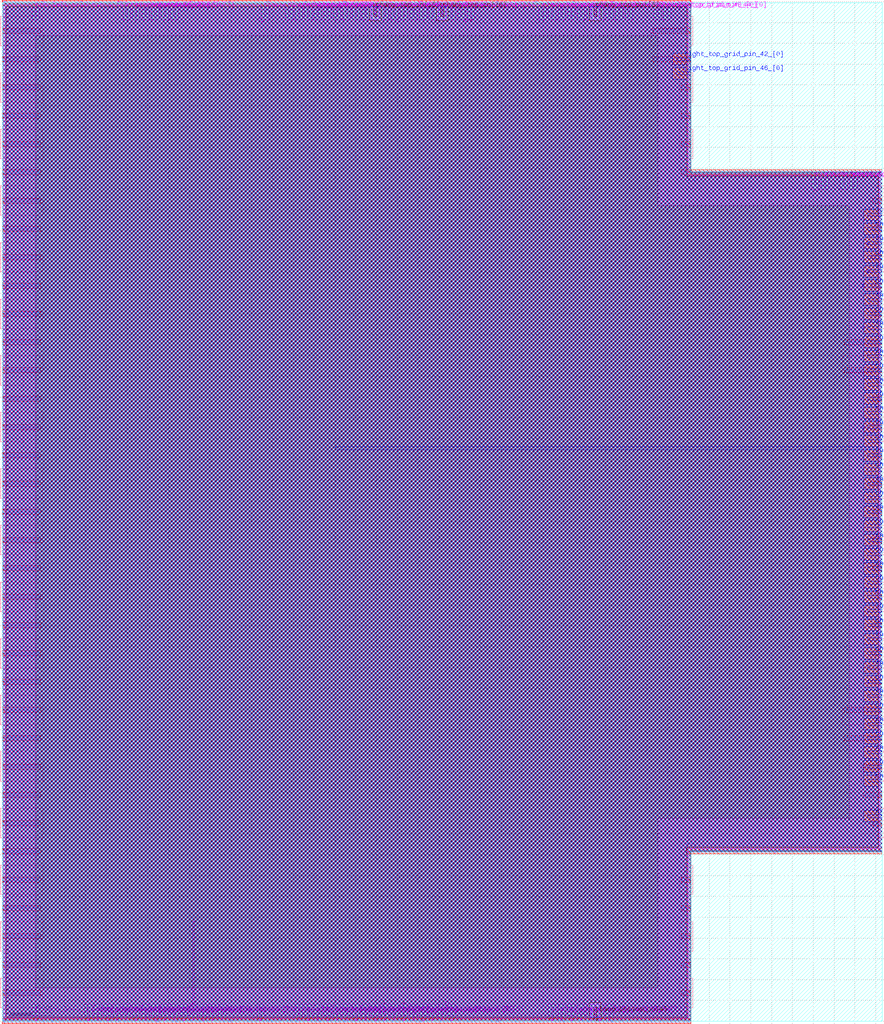
<source format=lef>
VERSION 5.7 ;
BUSBITCHARS "[]" ;

UNITS
  DATABASE MICRONS 1000 ;
END UNITS

MANUFACTURINGGRID 0.005 ;

LAYER nwell
  TYPE MASTERSLICE ;
END nwell

LAYER pwell
  TYPE MASTERSLICE ;
END pwell

LAYER fieldpoly
  TYPE MASTERSLICE ;
END fieldpoly

LAYER li1
  TYPE ROUTING ;
  DIRECTION VERTICAL ;
  PITCH 0.46 ;
  WIDTH 0.17 ;
END li1

LAYER mcon
  TYPE CUT ;
END mcon

LAYER met1
  TYPE ROUTING ;
  DIRECTION HORIZONTAL ;
  PITCH 0.34 ;
  WIDTH 0.14 ;
END met1

LAYER via
  TYPE CUT ;
END via

LAYER met2
  TYPE ROUTING ;
  DIRECTION VERTICAL ;
  PITCH 0.46 ;
  WIDTH 0.14 ;
END met2

LAYER via2
  TYPE CUT ;
END via2

LAYER met3
  TYPE ROUTING ;
  DIRECTION HORIZONTAL ;
  PITCH 0.68 ;
  WIDTH 0.3 ;
END met3

LAYER via3
  TYPE CUT ;
END via3

LAYER met4
  TYPE ROUTING ;
  DIRECTION VERTICAL ;
  PITCH 0.92 ;
  WIDTH 0.3 ;
END met4

LAYER via4
  TYPE CUT ;
END via4

LAYER met5
  TYPE ROUTING ;
  DIRECTION HORIZONTAL ;
  PITCH 3.4 ;
  WIDTH 1.6 ;
END met5

LAYER diff
  TYPE MASTERSLICE ;
END diff

LAYER licon1
  TYPE MASTERSLICE ;
END licon1

LAYER OVERLAP
  TYPE OVERLAP ;
END OVERLAP

VIA L1M1_PR
  LAYER li1 ;
    RECT -0.085 -0.085 0.085 0.085 ;
  LAYER mcon ;
    RECT -0.085 -0.085 0.085 0.085 ;
  LAYER met1 ;
    RECT -0.145 -0.115 0.145 0.115 ;
END L1M1_PR

VIA L1M1_PR_R
  LAYER li1 ;
    RECT -0.085 -0.085 0.085 0.085 ;
  LAYER mcon ;
    RECT -0.085 -0.085 0.085 0.085 ;
  LAYER met1 ;
    RECT -0.115 -0.145 0.115 0.145 ;
END L1M1_PR_R

VIA L1M1_PR_M
  LAYER li1 ;
    RECT -0.085 -0.085 0.085 0.085 ;
  LAYER mcon ;
    RECT -0.085 -0.085 0.085 0.085 ;
  LAYER met1 ;
    RECT -0.115 -0.145 0.115 0.145 ;
END L1M1_PR_M

VIA L1M1_PR_MR
  LAYER li1 ;
    RECT -0.085 -0.085 0.085 0.085 ;
  LAYER mcon ;
    RECT -0.085 -0.085 0.085 0.085 ;
  LAYER met1 ;
    RECT -0.145 -0.115 0.145 0.115 ;
END L1M1_PR_MR

VIA L1M1_PR_C
  LAYER li1 ;
    RECT -0.085 -0.085 0.085 0.085 ;
  LAYER mcon ;
    RECT -0.085 -0.085 0.085 0.085 ;
  LAYER met1 ;
    RECT -0.145 -0.145 0.145 0.145 ;
END L1M1_PR_C

VIA M1M2_PR
  LAYER met1 ;
    RECT -0.16 -0.13 0.16 0.13 ;
  LAYER via ;
    RECT -0.075 -0.075 0.075 0.075 ;
  LAYER met2 ;
    RECT -0.13 -0.16 0.13 0.16 ;
END M1M2_PR

VIA M1M2_PR_Enc
  LAYER met1 ;
    RECT -0.16 -0.13 0.16 0.13 ;
  LAYER via ;
    RECT -0.075 -0.075 0.075 0.075 ;
  LAYER met2 ;
    RECT -0.16 -0.13 0.16 0.13 ;
END M1M2_PR_Enc

VIA M1M2_PR_R
  LAYER met1 ;
    RECT -0.13 -0.16 0.13 0.16 ;
  LAYER via ;
    RECT -0.075 -0.075 0.075 0.075 ;
  LAYER met2 ;
    RECT -0.16 -0.13 0.16 0.13 ;
END M1M2_PR_R

VIA M1M2_PR_R_Enc
  LAYER met1 ;
    RECT -0.13 -0.16 0.13 0.16 ;
  LAYER via ;
    RECT -0.075 -0.075 0.075 0.075 ;
  LAYER met2 ;
    RECT -0.13 -0.16 0.13 0.16 ;
END M1M2_PR_R_Enc

VIA M1M2_PR_M
  LAYER met1 ;
    RECT -0.16 -0.13 0.16 0.13 ;
  LAYER via ;
    RECT -0.075 -0.075 0.075 0.075 ;
  LAYER met2 ;
    RECT -0.16 -0.13 0.16 0.13 ;
END M1M2_PR_M

VIA M1M2_PR_M_Enc
  LAYER met1 ;
    RECT -0.16 -0.13 0.16 0.13 ;
  LAYER via ;
    RECT -0.075 -0.075 0.075 0.075 ;
  LAYER met2 ;
    RECT -0.13 -0.16 0.13 0.16 ;
END M1M2_PR_M_Enc

VIA M1M2_PR_MR
  LAYER met1 ;
    RECT -0.13 -0.16 0.13 0.16 ;
  LAYER via ;
    RECT -0.075 -0.075 0.075 0.075 ;
  LAYER met2 ;
    RECT -0.13 -0.16 0.13 0.16 ;
END M1M2_PR_MR

VIA M1M2_PR_MR_Enc
  LAYER met1 ;
    RECT -0.13 -0.16 0.13 0.16 ;
  LAYER via ;
    RECT -0.075 -0.075 0.075 0.075 ;
  LAYER met2 ;
    RECT -0.16 -0.13 0.16 0.13 ;
END M1M2_PR_MR_Enc

VIA M1M2_PR_C
  LAYER met1 ;
    RECT -0.16 -0.16 0.16 0.16 ;
  LAYER via ;
    RECT -0.075 -0.075 0.075 0.075 ;
  LAYER met2 ;
    RECT -0.16 -0.16 0.16 0.16 ;
END M1M2_PR_C

VIA M2M3_PR
  LAYER met2 ;
    RECT -0.14 -0.185 0.14 0.185 ;
  LAYER via2 ;
    RECT -0.1 -0.1 0.1 0.1 ;
  LAYER met3 ;
    RECT -0.165 -0.165 0.165 0.165 ;
END M2M3_PR

VIA M2M3_PR_R
  LAYER met2 ;
    RECT -0.185 -0.14 0.185 0.14 ;
  LAYER via2 ;
    RECT -0.1 -0.1 0.1 0.1 ;
  LAYER met3 ;
    RECT -0.165 -0.165 0.165 0.165 ;
END M2M3_PR_R

VIA M2M3_PR_M
  LAYER met2 ;
    RECT -0.14 -0.185 0.14 0.185 ;
  LAYER via2 ;
    RECT -0.1 -0.1 0.1 0.1 ;
  LAYER met3 ;
    RECT -0.165 -0.165 0.165 0.165 ;
END M2M3_PR_M

VIA M2M3_PR_MR
  LAYER met2 ;
    RECT -0.185 -0.14 0.185 0.14 ;
  LAYER via2 ;
    RECT -0.1 -0.1 0.1 0.1 ;
  LAYER met3 ;
    RECT -0.165 -0.165 0.165 0.165 ;
END M2M3_PR_MR

VIA M2M3_PR_C
  LAYER met2 ;
    RECT -0.185 -0.185 0.185 0.185 ;
  LAYER via2 ;
    RECT -0.1 -0.1 0.1 0.1 ;
  LAYER met3 ;
    RECT -0.165 -0.165 0.165 0.165 ;
END M2M3_PR_C

VIA M3M4_PR
  LAYER met3 ;
    RECT -0.19 -0.16 0.19 0.16 ;
  LAYER via3 ;
    RECT -0.1 -0.1 0.1 0.1 ;
  LAYER met4 ;
    RECT -0.165 -0.165 0.165 0.165 ;
END M3M4_PR

VIA M3M4_PR_R
  LAYER met3 ;
    RECT -0.16 -0.19 0.16 0.19 ;
  LAYER via3 ;
    RECT -0.1 -0.1 0.1 0.1 ;
  LAYER met4 ;
    RECT -0.165 -0.165 0.165 0.165 ;
END M3M4_PR_R

VIA M3M4_PR_M
  LAYER met3 ;
    RECT -0.19 -0.16 0.19 0.16 ;
  LAYER via3 ;
    RECT -0.1 -0.1 0.1 0.1 ;
  LAYER met4 ;
    RECT -0.165 -0.165 0.165 0.165 ;
END M3M4_PR_M

VIA M3M4_PR_MR
  LAYER met3 ;
    RECT -0.16 -0.19 0.16 0.19 ;
  LAYER via3 ;
    RECT -0.1 -0.1 0.1 0.1 ;
  LAYER met4 ;
    RECT -0.165 -0.165 0.165 0.165 ;
END M3M4_PR_MR

VIA M3M4_PR_C
  LAYER met3 ;
    RECT -0.19 -0.19 0.19 0.19 ;
  LAYER via3 ;
    RECT -0.1 -0.1 0.1 0.1 ;
  LAYER met4 ;
    RECT -0.165 -0.165 0.165 0.165 ;
END M3M4_PR_C

VIA M4M5_PR
  LAYER met4 ;
    RECT -0.59 -0.59 0.59 0.59 ;
  LAYER via4 ;
    RECT -0.4 -0.4 0.4 0.4 ;
  LAYER met5 ;
    RECT -0.71 -0.71 0.71 0.71 ;
END M4M5_PR

VIA M4M5_PR_R
  LAYER met4 ;
    RECT -0.59 -0.59 0.59 0.59 ;
  LAYER via4 ;
    RECT -0.4 -0.4 0.4 0.4 ;
  LAYER met5 ;
    RECT -0.71 -0.71 0.71 0.71 ;
END M4M5_PR_R

VIA M4M5_PR_M
  LAYER met4 ;
    RECT -0.59 -0.59 0.59 0.59 ;
  LAYER via4 ;
    RECT -0.4 -0.4 0.4 0.4 ;
  LAYER met5 ;
    RECT -0.71 -0.71 0.71 0.71 ;
END M4M5_PR_M

VIA M4M5_PR_MR
  LAYER met4 ;
    RECT -0.59 -0.59 0.59 0.59 ;
  LAYER via4 ;
    RECT -0.4 -0.4 0.4 0.4 ;
  LAYER met5 ;
    RECT -0.71 -0.71 0.71 0.71 ;
END M4M5_PR_MR

VIA M4M5_PR_C
  LAYER met4 ;
    RECT -0.59 -0.59 0.59 0.59 ;
  LAYER via4 ;
    RECT -0.4 -0.4 0.4 0.4 ;
  LAYER met5 ;
    RECT -0.71 -0.71 0.71 0.71 ;
END M4M5_PR_C

SITE unit
  CLASS CORE ;
  SYMMETRY Y ;
  SIZE 0.46 BY 2.72 ;
END unit

SITE unithddbl
  CLASS CORE ;
  SIZE 0.46 BY 5.44 ;
END unithddbl

MACRO sb_0__1_
  CLASS BLOCK ;
  ORIGIN 0 0 ;
  SIZE 84.64 BY 97.92 ;
  SYMMETRY X Y ;
  PIN prog_clk[0]
    DIRECTION INPUT ;
    USE CLOCK ;
    PORT
      LAYER met3 ;
        RECT 83.26 19.57 84.64 19.87 ;
    END
  END prog_clk[0]
  PIN chany_top_in[0]
    DIRECTION INPUT ;
    USE SIGNAL ;
    PORT
      LAYER met2 ;
        RECT 43.17 96.56 43.31 97.92 ;
    END
  END chany_top_in[0]
  PIN chany_top_in[1]
    DIRECTION INPUT ;
    USE SIGNAL ;
    PORT
      LAYER met2 ;
        RECT 52.83 96.56 52.97 97.92 ;
    END
  END chany_top_in[1]
  PIN chany_top_in[2]
    DIRECTION INPUT ;
    USE SIGNAL ;
    PORT
      LAYER met2 ;
        RECT 42.25 96.56 42.39 97.92 ;
    END
  END chany_top_in[2]
  PIN chany_top_in[3]
    DIRECTION INPUT ;
    USE SIGNAL ;
    PORT
      LAYER met2 ;
        RECT 16.49 96.56 16.63 97.92 ;
    END
  END chany_top_in[3]
  PIN chany_top_in[4]
    DIRECTION INPUT ;
    USE SIGNAL ;
    PORT
      LAYER met2 ;
        RECT 15.57 96.56 15.71 97.92 ;
    END
  END chany_top_in[4]
  PIN chany_top_in[5]
    DIRECTION INPUT ;
    USE SIGNAL ;
    PORT
      LAYER met2 ;
        RECT 30.29 96.56 30.43 97.92 ;
    END
  END chany_top_in[5]
  PIN chany_top_in[6]
    DIRECTION INPUT ;
    USE SIGNAL ;
    PORT
      LAYER met2 ;
        RECT 40.41 96.56 40.55 97.92 ;
    END
  END chany_top_in[6]
  PIN chany_top_in[7]
    DIRECTION INPUT ;
    USE SIGNAL ;
    PORT
      LAYER met2 ;
        RECT 58.35 96.56 58.49 97.92 ;
    END
  END chany_top_in[7]
  PIN chany_top_in[8]
    DIRECTION INPUT ;
    USE SIGNAL ;
    PORT
      LAYER met2 ;
        RECT 53.75 96.56 53.89 97.92 ;
    END
  END chany_top_in[8]
  PIN chany_top_in[9]
    DIRECTION INPUT ;
    USE SIGNAL ;
    PORT
      LAYER met2 ;
        RECT 41.33 96.56 41.47 97.92 ;
    END
  END chany_top_in[9]
  PIN chany_top_in[10]
    DIRECTION INPUT ;
    USE SIGNAL ;
    PORT
      LAYER met2 ;
        RECT 45.01 96.56 45.15 97.92 ;
    END
  END chany_top_in[10]
  PIN chany_top_in[11]
    DIRECTION INPUT ;
    USE SIGNAL ;
    PORT
      LAYER met2 ;
        RECT 31.21 96.56 31.35 97.92 ;
    END
  END chany_top_in[11]
  PIN chany_top_in[12]
    DIRECTION INPUT ;
    USE SIGNAL ;
    PORT
      LAYER met2 ;
        RECT 57.43 96.56 57.57 97.92 ;
    END
  END chany_top_in[12]
  PIN chany_top_in[13]
    DIRECTION INPUT ;
    USE SIGNAL ;
    PORT
      LAYER met2 ;
        RECT 51.91 96.56 52.05 97.92 ;
    END
  END chany_top_in[13]
  PIN chany_top_in[14]
    DIRECTION INPUT ;
    USE SIGNAL ;
    PORT
      LAYER met2 ;
        RECT 60.19 96.56 60.33 97.92 ;
    END
  END chany_top_in[14]
  PIN chany_top_in[15]
    DIRECTION INPUT ;
    USE SIGNAL ;
    PORT
      LAYER met2 ;
        RECT 27.53 96.56 27.67 97.92 ;
    END
  END chany_top_in[15]
  PIN chany_top_in[16]
    DIRECTION INPUT ;
    USE SIGNAL ;
    PORT
      LAYER met4 ;
        RECT 42.17 96.56 42.47 97.92 ;
    END
  END chany_top_in[16]
  PIN chany_top_in[17]
    DIRECTION INPUT ;
    USE SIGNAL ;
    PORT
      LAYER met2 ;
        RECT 37.65 96.56 37.79 97.92 ;
    END
  END chany_top_in[17]
  PIN chany_top_in[18]
    DIRECTION INPUT ;
    USE SIGNAL ;
    PORT
      LAYER met4 ;
        RECT 35.73 96.56 36.03 97.92 ;
    END
  END chany_top_in[18]
  PIN chany_top_in[19]
    DIRECTION INPUT ;
    USE SIGNAL ;
    PORT
      LAYER met2 ;
        RECT 11.89 96.56 12.03 97.92 ;
    END
  END chany_top_in[19]
  PIN top_left_grid_pin_1_[0]
    DIRECTION INPUT ;
    USE SIGNAL ;
    PORT
      LAYER met2 ;
        RECT 3.15 96.56 3.29 97.92 ;
    END
  END top_left_grid_pin_1_[0]
  PIN chanx_right_in[0]
    DIRECTION INPUT ;
    USE SIGNAL ;
    PORT
      LAYER met3 ;
        RECT 83.26 46.09 84.64 46.39 ;
    END
  END chanx_right_in[0]
  PIN chanx_right_in[1]
    DIRECTION INPUT ;
    USE SIGNAL ;
    PORT
      LAYER met3 ;
        RECT 83.26 56.97 84.64 57.27 ;
    END
  END chanx_right_in[1]
  PIN chanx_right_in[2]
    DIRECTION INPUT ;
    USE SIGNAL ;
    PORT
      LAYER met3 ;
        RECT 83.26 39.29 84.64 39.59 ;
    END
  END chanx_right_in[2]
  PIN chanx_right_in[3]
    DIRECTION INPUT ;
    USE SIGNAL ;
    PORT
      LAYER met3 ;
        RECT 83.26 25.69 84.64 25.99 ;
    END
  END chanx_right_in[3]
  PIN chanx_right_in[4]
    DIRECTION INPUT ;
    USE SIGNAL ;
    PORT
      LAYER met3 ;
        RECT 83.26 44.73 84.64 45.03 ;
    END
  END chanx_right_in[4]
  PIN chanx_right_in[5]
    DIRECTION INPUT ;
    USE SIGNAL ;
    PORT
      LAYER met3 ;
        RECT 83.26 55.61 84.64 55.91 ;
    END
  END chanx_right_in[5]
  PIN chanx_right_in[6]
    DIRECTION INPUT ;
    USE SIGNAL ;
    PORT
      LAYER met3 ;
        RECT 83.26 65.13 84.64 65.43 ;
    END
  END chanx_right_in[6]
  PIN chanx_right_in[7]
    DIRECTION INPUT ;
    USE SIGNAL ;
    PORT
      LAYER met3 ;
        RECT 83.26 67.85 84.64 68.15 ;
    END
  END chanx_right_in[7]
  PIN chanx_right_in[8]
    DIRECTION INPUT ;
    USE SIGNAL ;
    PORT
      LAYER met3 ;
        RECT 83.26 40.65 84.64 40.95 ;
    END
  END chanx_right_in[8]
  PIN chanx_right_in[9]
    DIRECTION INPUT ;
    USE SIGNAL ;
    PORT
      LAYER met3 ;
        RECT 83.26 51.53 84.64 51.83 ;
    END
  END chanx_right_in[9]
  PIN chanx_right_in[10]
    DIRECTION INPUT ;
    USE SIGNAL ;
    PORT
      LAYER met3 ;
        RECT 83.26 35.21 84.64 35.51 ;
    END
  END chanx_right_in[10]
  PIN chanx_right_in[11]
    DIRECTION INPUT ;
    USE SIGNAL ;
    PORT
      LAYER met3 ;
        RECT 83.26 24.33 84.64 24.63 ;
    END
  END chanx_right_in[11]
  PIN chanx_right_in[12]
    DIRECTION INPUT ;
    USE SIGNAL ;
    PORT
      LAYER met3 ;
        RECT 83.26 62.41 84.64 62.71 ;
    END
  END chanx_right_in[12]
  PIN chanx_right_in[13]
    DIRECTION INPUT ;
    USE SIGNAL ;
    PORT
      LAYER met3 ;
        RECT 83.26 76.01 84.64 76.31 ;
    END
  END chanx_right_in[13]
  PIN chanx_right_in[14]
    DIRECTION INPUT ;
    USE SIGNAL ;
    PORT
      LAYER met3 ;
        RECT 83.26 63.77 84.64 64.07 ;
    END
  END chanx_right_in[14]
  PIN chanx_right_in[15]
    DIRECTION INPUT ;
    USE SIGNAL ;
    PORT
      LAYER met3 ;
        RECT 83.26 27.05 84.64 27.35 ;
    END
  END chanx_right_in[15]
  PIN chanx_right_in[16]
    DIRECTION INPUT ;
    USE SIGNAL ;
    PORT
      LAYER met3 ;
        RECT 83.26 43.37 84.64 43.67 ;
    END
  END chanx_right_in[16]
  PIN chanx_right_in[17]
    DIRECTION INPUT ;
    USE SIGNAL ;
    PORT
      LAYER met3 ;
        RECT 83.26 22.97 84.64 23.27 ;
    END
  END chanx_right_in[17]
  PIN chanx_right_in[18]
    DIRECTION INPUT ;
    USE SIGNAL ;
    PORT
      LAYER met3 ;
        RECT 83.26 58.33 84.64 58.63 ;
    END
  END chanx_right_in[18]
  PIN chanx_right_in[19]
    DIRECTION INPUT ;
    USE SIGNAL ;
    PORT
      LAYER met3 ;
        RECT 83.26 61.05 84.64 61.35 ;
    END
  END chanx_right_in[19]
  PIN right_top_grid_pin_42_[0]
    DIRECTION INPUT ;
    USE SIGNAL ;
    PORT
      LAYER met3 ;
        RECT 64.86 92.33 66.24 92.63 ;
    END
  END right_top_grid_pin_42_[0]
  PIN right_top_grid_pin_43_[0]
    DIRECTION INPUT ;
    USE SIGNAL ;
    PORT
      LAYER met2 ;
        RECT 78.13 80.24 78.27 81.6 ;
    END
  END right_top_grid_pin_43_[0]
  PIN right_top_grid_pin_44_[0]
    DIRECTION INPUT ;
    USE SIGNAL ;
    PORT
      LAYER met2 ;
        RECT 63.87 96.56 64.01 97.92 ;
    END
  END right_top_grid_pin_44_[0]
  PIN right_top_grid_pin_45_[0]
    DIRECTION INPUT ;
    USE SIGNAL ;
    PORT
      LAYER met2 ;
        RECT 80.89 80.24 81.03 81.6 ;
    END
  END right_top_grid_pin_45_[0]
  PIN right_top_grid_pin_46_[0]
    DIRECTION INPUT ;
    USE SIGNAL ;
    PORT
      LAYER met3 ;
        RECT 64.86 90.97 66.24 91.27 ;
    END
  END right_top_grid_pin_46_[0]
  PIN right_top_grid_pin_47_[0]
    DIRECTION INPUT ;
    USE SIGNAL ;
    PORT
      LAYER met2 ;
        RECT 79.05 80.24 79.19 81.6 ;
    END
  END right_top_grid_pin_47_[0]
  PIN right_top_grid_pin_48_[0]
    DIRECTION INPUT ;
    USE SIGNAL ;
    PORT
      LAYER met2 ;
        RECT 62.95 96.56 63.09 97.92 ;
    END
  END right_top_grid_pin_48_[0]
  PIN right_top_grid_pin_49_[0]
    DIRECTION INPUT ;
    USE SIGNAL ;
    PORT
      LAYER met2 ;
        RECT 81.81 80.24 81.95 81.6 ;
    END
  END right_top_grid_pin_49_[0]
  PIN chany_bottom_in[0]
    DIRECTION INPUT ;
    USE SIGNAL ;
    PORT
      LAYER met2 ;
        RECT 34.89 0 35.03 1.36 ;
    END
  END chany_bottom_in[0]
  PIN chany_bottom_in[1]
    DIRECTION INPUT ;
    USE SIGNAL ;
    PORT
      LAYER met2 ;
        RECT 24.77 0 24.91 1.36 ;
    END
  END chany_bottom_in[1]
  PIN chany_bottom_in[2]
    DIRECTION INPUT ;
    USE SIGNAL ;
    PORT
      LAYER met2 ;
        RECT 53.75 0 53.89 1.36 ;
    END
  END chany_bottom_in[2]
  PIN chany_bottom_in[3]
    DIRECTION INPUT ;
    USE SIGNAL ;
    PORT
      LAYER met2 ;
        RECT 36.73 0 36.87 1.36 ;
    END
  END chany_bottom_in[3]
  PIN chany_bottom_in[4]
    DIRECTION INPUT ;
    USE SIGNAL ;
    PORT
      LAYER met4 ;
        RECT 56.89 0 57.19 1.36 ;
    END
  END chany_bottom_in[4]
  PIN chany_bottom_in[5]
    DIRECTION INPUT ;
    USE SIGNAL ;
    PORT
      LAYER met2 ;
        RECT 52.83 0 52.97 1.36 ;
    END
  END chany_bottom_in[5]
  PIN chany_bottom_in[6]
    DIRECTION INPUT ;
    USE SIGNAL ;
    PORT
      LAYER met2 ;
        RECT 43.17 0 43.31 1.36 ;
    END
  END chany_bottom_in[6]
  PIN chany_bottom_in[7]
    DIRECTION INPUT ;
    USE SIGNAL ;
    PORT
      LAYER met2 ;
        RECT 10.05 0 10.19 1.36 ;
    END
  END chany_bottom_in[7]
  PIN chany_bottom_in[8]
    DIRECTION INPUT ;
    USE SIGNAL ;
    PORT
      LAYER met2 ;
        RECT 42.25 0 42.39 1.36 ;
    END
  END chany_bottom_in[8]
  PIN chany_bottom_in[9]
    DIRECTION INPUT ;
    USE SIGNAL ;
    PORT
      LAYER met2 ;
        RECT 8.21 0 8.35 1.36 ;
    END
  END chany_bottom_in[9]
  PIN chany_bottom_in[10]
    DIRECTION INPUT ;
    USE SIGNAL ;
    PORT
      LAYER met2 ;
        RECT 21.09 0 21.23 1.36 ;
    END
  END chany_bottom_in[10]
  PIN chany_bottom_in[11]
    DIRECTION INPUT ;
    USE SIGNAL ;
    PORT
      LAYER met2 ;
        RECT 37.65 0 37.79 1.36 ;
    END
  END chany_bottom_in[11]
  PIN chany_bottom_in[12]
    DIRECTION INPUT ;
    USE SIGNAL ;
    PORT
      LAYER met2 ;
        RECT 58.35 0 58.49 1.36 ;
    END
  END chany_bottom_in[12]
  PIN chany_bottom_in[13]
    DIRECTION INPUT ;
    USE SIGNAL ;
    PORT
      LAYER met2 ;
        RECT 39.49 0 39.63 1.36 ;
    END
  END chany_bottom_in[13]
  PIN chany_bottom_in[14]
    DIRECTION INPUT ;
    USE SIGNAL ;
    PORT
      LAYER met2 ;
        RECT 57.43 0 57.57 1.36 ;
    END
  END chany_bottom_in[14]
  PIN chany_bottom_in[15]
    DIRECTION INPUT ;
    USE SIGNAL ;
    PORT
      LAYER met2 ;
        RECT 9.13 0 9.27 1.36 ;
    END
  END chany_bottom_in[15]
  PIN chany_bottom_in[16]
    DIRECTION INPUT ;
    USE SIGNAL ;
    PORT
      LAYER met2 ;
        RECT 28.45 0 28.59 1.36 ;
    END
  END chany_bottom_in[16]
  PIN chany_bottom_in[17]
    DIRECTION INPUT ;
    USE SIGNAL ;
    PORT
      LAYER met2 ;
        RECT 20.17 0 20.31 1.36 ;
    END
  END chany_bottom_in[17]
  PIN chany_bottom_in[18]
    DIRECTION INPUT ;
    USE SIGNAL ;
    PORT
      LAYER met2 ;
        RECT 19.25 0 19.39 1.36 ;
    END
  END chany_bottom_in[18]
  PIN chany_bottom_in[19]
    DIRECTION INPUT ;
    USE SIGNAL ;
    PORT
      LAYER met2 ;
        RECT 30.29 0 30.43 1.36 ;
    END
  END chany_bottom_in[19]
  PIN bottom_left_grid_pin_1_[0]
    DIRECTION INPUT ;
    USE SIGNAL ;
    PORT
      LAYER met2 ;
        RECT 3.15 0 3.29 1.36 ;
    END
  END bottom_left_grid_pin_1_[0]
  PIN ccff_head[0]
    DIRECTION INPUT ;
    USE SIGNAL ;
    PORT
      LAYER met3 ;
        RECT 83.26 77.37 84.64 77.67 ;
    END
  END ccff_head[0]
  PIN chany_top_out[0]
    DIRECTION OUTPUT ;
    USE SIGNAL ;
    PORT
      LAYER met2 ;
        RECT 44.09 96.56 44.23 97.92 ;
    END
  END chany_top_out[0]
  PIN chany_top_out[1]
    DIRECTION OUTPUT ;
    USE SIGNAL ;
    PORT
      LAYER met2 ;
        RECT 54.67 96.56 54.81 97.92 ;
    END
  END chany_top_out[1]
  PIN chany_top_out[2]
    DIRECTION OUTPUT ;
    USE SIGNAL ;
    PORT
      LAYER met2 ;
        RECT 29.37 96.56 29.51 97.92 ;
    END
  END chany_top_out[2]
  PIN chany_top_out[3]
    DIRECTION OUTPUT ;
    USE SIGNAL ;
    PORT
      LAYER met2 ;
        RECT 39.49 96.56 39.63 97.92 ;
    END
  END chany_top_out[3]
  PIN chany_top_out[4]
    DIRECTION OUTPUT ;
    USE SIGNAL ;
    PORT
      LAYER met2 ;
        RECT 25.23 96.56 25.37 97.92 ;
    END
  END chany_top_out[4]
  PIN chany_top_out[5]
    DIRECTION OUTPUT ;
    USE SIGNAL ;
    PORT
      LAYER met2 ;
        RECT 33.05 96.56 33.19 97.92 ;
    END
  END chany_top_out[5]
  PIN chany_top_out[6]
    DIRECTION OUTPUT ;
    USE SIGNAL ;
    PORT
      LAYER met2 ;
        RECT 14.65 96.56 14.79 97.92 ;
    END
  END chany_top_out[6]
  PIN chany_top_out[7]
    DIRECTION OUTPUT ;
    USE SIGNAL ;
    PORT
      LAYER met2 ;
        RECT 55.59 96.56 55.73 97.92 ;
    END
  END chany_top_out[7]
  PIN chany_top_out[8]
    DIRECTION OUTPUT ;
    USE SIGNAL ;
    PORT
      LAYER met4 ;
        RECT 56.89 96.56 57.19 97.92 ;
    END
  END chany_top_out[8]
  PIN chany_top_out[9]
    DIRECTION OUTPUT ;
    USE SIGNAL ;
    PORT
      LAYER met2 ;
        RECT 13.73 96.56 13.87 97.92 ;
    END
  END chany_top_out[9]
  PIN chany_top_out[10]
    DIRECTION OUTPUT ;
    USE SIGNAL ;
    PORT
      LAYER met2 ;
        RECT 28.45 96.56 28.59 97.92 ;
    END
  END chany_top_out[10]
  PIN chany_top_out[11]
    DIRECTION OUTPUT ;
    USE SIGNAL ;
    PORT
      LAYER met2 ;
        RECT 32.13 96.56 32.27 97.92 ;
    END
  END chany_top_out[11]
  PIN chany_top_out[12]
    DIRECTION OUTPUT ;
    USE SIGNAL ;
    PORT
      LAYER met2 ;
        RECT 12.81 96.56 12.95 97.92 ;
    END
  END chany_top_out[12]
  PIN chany_top_out[13]
    DIRECTION OUTPUT ;
    USE SIGNAL ;
    PORT
      LAYER met2 ;
        RECT 56.51 96.56 56.65 97.92 ;
    END
  END chany_top_out[13]
  PIN chany_top_out[14]
    DIRECTION OUTPUT ;
    USE SIGNAL ;
    PORT
      LAYER met2 ;
        RECT 33.97 96.56 34.11 97.92 ;
    END
  END chany_top_out[14]
  PIN chany_top_out[15]
    DIRECTION OUTPUT ;
    USE SIGNAL ;
    PORT
      LAYER met2 ;
        RECT 36.73 96.56 36.87 97.92 ;
    END
  END chany_top_out[15]
  PIN chany_top_out[16]
    DIRECTION OUTPUT ;
    USE SIGNAL ;
    PORT
      LAYER met2 ;
        RECT 59.27 96.56 59.41 97.92 ;
    END
  END chany_top_out[16]
  PIN chany_top_out[17]
    DIRECTION OUTPUT ;
    USE SIGNAL ;
    PORT
      LAYER met2 ;
        RECT 38.57 96.56 38.71 97.92 ;
    END
  END chany_top_out[17]
  PIN chany_top_out[18]
    DIRECTION OUTPUT ;
    USE SIGNAL ;
    PORT
      LAYER met2 ;
        RECT 34.89 96.56 35.03 97.92 ;
    END
  END chany_top_out[18]
  PIN chany_top_out[19]
    DIRECTION OUTPUT ;
    USE SIGNAL ;
    PORT
      LAYER met2 ;
        RECT 35.81 96.56 35.95 97.92 ;
    END
  END chany_top_out[19]
  PIN chanx_right_out[0]
    DIRECTION OUTPUT ;
    USE SIGNAL ;
    PORT
      LAYER met3 ;
        RECT 83.26 33.85 84.64 34.15 ;
    END
  END chanx_right_out[0]
  PIN chanx_right_out[1]
    DIRECTION OUTPUT ;
    USE SIGNAL ;
    PORT
      LAYER met3 ;
        RECT 83.26 42.01 84.64 42.31 ;
    END
  END chanx_right_out[1]
  PIN chanx_right_out[2]
    DIRECTION OUTPUT ;
    USE SIGNAL ;
    PORT
      LAYER met3 ;
        RECT 83.26 28.41 84.64 28.71 ;
    END
  END chanx_right_out[2]
  PIN chanx_right_out[3]
    DIRECTION OUTPUT ;
    USE SIGNAL ;
    PORT
      LAYER met3 ;
        RECT 83.26 47.45 84.64 47.75 ;
    END
  END chanx_right_out[3]
  PIN chanx_right_out[4]
    DIRECTION OUTPUT ;
    USE SIGNAL ;
    PORT
      LAYER met3 ;
        RECT 83.26 32.49 84.64 32.79 ;
    END
  END chanx_right_out[4]
  PIN chanx_right_out[5]
    DIRECTION OUTPUT ;
    USE SIGNAL ;
    PORT
      LAYER met3 ;
        RECT 83.26 69.21 84.64 69.51 ;
    END
  END chanx_right_out[5]
  PIN chanx_right_out[6]
    DIRECTION OUTPUT ;
    USE SIGNAL ;
    PORT
      LAYER met3 ;
        RECT 83.26 59.69 84.64 59.99 ;
    END
  END chanx_right_out[6]
  PIN chanx_right_out[7]
    DIRECTION OUTPUT ;
    USE SIGNAL ;
    PORT
      LAYER met3 ;
        RECT 83.26 54.25 84.64 54.55 ;
    END
  END chanx_right_out[7]
  PIN chanx_right_out[8]
    DIRECTION OUTPUT ;
    USE SIGNAL ;
    PORT
      LAYER met3 ;
        RECT 83.26 48.81 84.64 49.11 ;
    END
  END chanx_right_out[8]
  PIN chanx_right_out[9]
    DIRECTION OUTPUT ;
    USE SIGNAL ;
    PORT
      LAYER met3 ;
        RECT 83.26 71.93 84.64 72.23 ;
    END
  END chanx_right_out[9]
  PIN chanx_right_out[10]
    DIRECTION OUTPUT ;
    USE SIGNAL ;
    PORT
      LAYER met3 ;
        RECT 83.26 29.77 84.64 30.07 ;
    END
  END chanx_right_out[10]
  PIN chanx_right_out[11]
    DIRECTION OUTPUT ;
    USE SIGNAL ;
    PORT
      LAYER met3 ;
        RECT 83.26 50.17 84.64 50.47 ;
    END
  END chanx_right_out[11]
  PIN chanx_right_out[12]
    DIRECTION OUTPUT ;
    USE SIGNAL ;
    PORT
      LAYER met3 ;
        RECT 83.26 37.93 84.64 38.23 ;
    END
  END chanx_right_out[12]
  PIN chanx_right_out[13]
    DIRECTION OUTPUT ;
    USE SIGNAL ;
    PORT
      LAYER met3 ;
        RECT 83.26 31.13 84.64 31.43 ;
    END
  END chanx_right_out[13]
  PIN chanx_right_out[14]
    DIRECTION OUTPUT ;
    USE SIGNAL ;
    PORT
      LAYER met3 ;
        RECT 83.26 52.89 84.64 53.19 ;
    END
  END chanx_right_out[14]
  PIN chanx_right_out[15]
    DIRECTION OUTPUT ;
    USE SIGNAL ;
    PORT
      LAYER met3 ;
        RECT 83.26 70.57 84.64 70.87 ;
    END
  END chanx_right_out[15]
  PIN chanx_right_out[16]
    DIRECTION OUTPUT ;
    USE SIGNAL ;
    PORT
      LAYER met3 ;
        RECT 83.26 36.57 84.64 36.87 ;
    END
  END chanx_right_out[16]
  PIN chanx_right_out[17]
    DIRECTION OUTPUT ;
    USE SIGNAL ;
    PORT
      LAYER met3 ;
        RECT 83.26 74.65 84.64 74.95 ;
    END
  END chanx_right_out[17]
  PIN chanx_right_out[18]
    DIRECTION OUTPUT ;
    USE SIGNAL ;
    PORT
      LAYER met3 ;
        RECT 83.26 66.49 84.64 66.79 ;
    END
  END chanx_right_out[18]
  PIN chanx_right_out[19]
    DIRECTION OUTPUT ;
    USE SIGNAL ;
    PORT
      LAYER met3 ;
        RECT 83.26 73.29 84.64 73.59 ;
    END
  END chanx_right_out[19]
  PIN chany_bottom_out[0]
    DIRECTION OUTPUT ;
    USE SIGNAL ;
    PORT
      LAYER met2 ;
        RECT 40.41 0 40.55 1.36 ;
    END
  END chany_bottom_out[0]
  PIN chany_bottom_out[1]
    DIRECTION OUTPUT ;
    USE SIGNAL ;
    PORT
      LAYER met2 ;
        RECT 54.67 0 54.81 1.36 ;
    END
  END chany_bottom_out[1]
  PIN chany_bottom_out[2]
    DIRECTION OUTPUT ;
    USE SIGNAL ;
    PORT
      LAYER met2 ;
        RECT 29.37 0 29.51 1.36 ;
    END
  END chany_bottom_out[2]
  PIN chany_bottom_out[3]
    DIRECTION OUTPUT ;
    USE SIGNAL ;
    PORT
      LAYER met2 ;
        RECT 33.97 0 34.11 1.36 ;
    END
  END chany_bottom_out[3]
  PIN chany_bottom_out[4]
    DIRECTION OUTPUT ;
    USE SIGNAL ;
    PORT
      LAYER met2 ;
        RECT 31.21 0 31.35 1.36 ;
    END
  END chany_bottom_out[4]
  PIN chany_bottom_out[5]
    DIRECTION OUTPUT ;
    USE SIGNAL ;
    PORT
      LAYER met2 ;
        RECT 38.57 0 38.71 1.36 ;
    END
  END chany_bottom_out[5]
  PIN chany_bottom_out[6]
    DIRECTION OUTPUT ;
    USE SIGNAL ;
    PORT
      LAYER met2 ;
        RECT 10.97 0 11.11 1.36 ;
    END
  END chany_bottom_out[6]
  PIN chany_bottom_out[7]
    DIRECTION OUTPUT ;
    USE SIGNAL ;
    PORT
      LAYER met2 ;
        RECT 16.49 0 16.63 1.36 ;
    END
  END chany_bottom_out[7]
  PIN chany_bottom_out[8]
    DIRECTION OUTPUT ;
    USE SIGNAL ;
    PORT
      LAYER met2 ;
        RECT 35.81 0 35.95 1.36 ;
    END
  END chany_bottom_out[8]
  PIN chany_bottom_out[9]
    DIRECTION OUTPUT ;
    USE SIGNAL ;
    PORT
      LAYER met2 ;
        RECT 11.89 0 12.03 1.36 ;
    END
  END chany_bottom_out[9]
  PIN chany_bottom_out[10]
    DIRECTION OUTPUT ;
    USE SIGNAL ;
    PORT
      LAYER met2 ;
        RECT 55.59 0 55.73 1.36 ;
    END
  END chany_bottom_out[10]
  PIN chany_bottom_out[11]
    DIRECTION OUTPUT ;
    USE SIGNAL ;
    PORT
      LAYER met2 ;
        RECT 33.05 0 33.19 1.36 ;
    END
  END chany_bottom_out[11]
  PIN chany_bottom_out[12]
    DIRECTION OUTPUT ;
    USE SIGNAL ;
    PORT
      LAYER met2 ;
        RECT 17.41 0 17.55 1.36 ;
    END
  END chany_bottom_out[12]
  PIN chany_bottom_out[13]
    DIRECTION OUTPUT ;
    USE SIGNAL ;
    PORT
      LAYER met2 ;
        RECT 56.51 0 56.65 1.36 ;
    END
  END chany_bottom_out[13]
  PIN chany_bottom_out[14]
    DIRECTION OUTPUT ;
    USE SIGNAL ;
    PORT
      LAYER met2 ;
        RECT 15.57 0 15.71 1.36 ;
    END
  END chany_bottom_out[14]
  PIN chany_bottom_out[15]
    DIRECTION OUTPUT ;
    USE SIGNAL ;
    PORT
      LAYER met2 ;
        RECT 12.81 0 12.95 1.36 ;
    END
  END chany_bottom_out[15]
  PIN chany_bottom_out[16]
    DIRECTION OUTPUT ;
    USE SIGNAL ;
    PORT
      LAYER met2 ;
        RECT 41.33 0 41.47 1.36 ;
    END
  END chany_bottom_out[16]
  PIN chany_bottom_out[17]
    DIRECTION OUTPUT ;
    USE SIGNAL ;
    PORT
      LAYER met2 ;
        RECT 32.13 0 32.27 1.36 ;
    END
  END chany_bottom_out[17]
  PIN chany_bottom_out[18]
    DIRECTION OUTPUT ;
    USE SIGNAL ;
    PORT
      LAYER met2 ;
        RECT 14.65 0 14.79 1.36 ;
    END
  END chany_bottom_out[18]
  PIN chany_bottom_out[19]
    DIRECTION OUTPUT ;
    USE SIGNAL ;
    PORT
      LAYER met2 ;
        RECT 13.73 0 13.87 1.36 ;
    END
  END chany_bottom_out[19]
  PIN ccff_tail[0]
    DIRECTION OUTPUT ;
    USE SIGNAL ;
    PORT
      LAYER met2 ;
        RECT 18.33 0 18.47 1.36 ;
    END
  END ccff_tail[0]
  PIN VDD
    DIRECTION INPUT ;
    USE POWER ;
  END VDD
  PIN VSS
    DIRECTION INPUT ;
    USE GROUND ;
  END VSS
  OBS
    LAYER li1 ;
      RECT 0 97.835 66.24 98.005 ;
      RECT 62.56 95.115 66.24 95.285 ;
      RECT 0 95.115 3.68 95.285 ;
      RECT 62.56 92.395 66.24 92.565 ;
      RECT 0 92.395 3.68 92.565 ;
      RECT 65.32 89.675 66.24 89.845 ;
      RECT 0 89.675 3.68 89.845 ;
      RECT 65.32 86.955 66.24 87.125 ;
      RECT 0 86.955 3.68 87.125 ;
      RECT 65.32 84.235 66.24 84.405 ;
      RECT 0 84.235 3.68 84.405 ;
      RECT 65.32 81.515 84.64 81.685 ;
      RECT 0 81.515 3.68 81.685 ;
      RECT 83.72 78.795 84.64 78.965 ;
      RECT 0 78.795 3.68 78.965 ;
      RECT 83.72 76.075 84.64 76.245 ;
      RECT 0 76.075 3.68 76.245 ;
      RECT 83.72 73.355 84.64 73.525 ;
      RECT 0 73.355 3.68 73.525 ;
      RECT 83.72 70.635 84.64 70.805 ;
      RECT 0 70.635 3.68 70.805 ;
      RECT 83.72 67.915 84.64 68.085 ;
      RECT 0 67.915 3.68 68.085 ;
      RECT 80.96 65.195 84.64 65.365 ;
      RECT 0 65.195 3.68 65.365 ;
      RECT 80.96 62.475 84.64 62.645 ;
      RECT 0 62.475 3.68 62.645 ;
      RECT 83.72 59.755 84.64 59.925 ;
      RECT 0 59.755 3.68 59.925 ;
      RECT 83.72 57.035 84.64 57.205 ;
      RECT 0 57.035 3.68 57.205 ;
      RECT 83.72 54.315 84.64 54.485 ;
      RECT 0 54.315 3.68 54.485 ;
      RECT 83.72 51.595 84.64 51.765 ;
      RECT 0 51.595 3.68 51.765 ;
      RECT 83.72 48.875 84.64 49.045 ;
      RECT 0 48.875 3.68 49.045 ;
      RECT 83.72 46.155 84.64 46.325 ;
      RECT 0 46.155 3.68 46.325 ;
      RECT 83.72 43.435 84.64 43.605 ;
      RECT 0 43.435 3.68 43.605 ;
      RECT 84.18 40.715 84.64 40.885 ;
      RECT 0 40.715 3.68 40.885 ;
      RECT 83.72 37.995 84.64 38.165 ;
      RECT 0 37.995 3.68 38.165 ;
      RECT 83.72 35.275 84.64 35.445 ;
      RECT 0 35.275 3.68 35.445 ;
      RECT 83.72 32.555 84.64 32.725 ;
      RECT 0 32.555 3.68 32.725 ;
      RECT 80.96 29.835 84.64 30.005 ;
      RECT 0 29.835 3.68 30.005 ;
      RECT 80.96 27.115 84.64 27.285 ;
      RECT 0 27.115 3.68 27.285 ;
      RECT 82.8 24.395 84.64 24.565 ;
      RECT 0 24.395 3.68 24.565 ;
      RECT 82.8 21.675 84.64 21.845 ;
      RECT 0 21.675 3.68 21.845 ;
      RECT 83.72 18.955 84.64 19.125 ;
      RECT 0 18.955 3.68 19.125 ;
      RECT 65.78 16.235 84.64 16.405 ;
      RECT 0 16.235 3.68 16.405 ;
      RECT 65.32 13.515 66.24 13.685 ;
      RECT 0 13.515 3.68 13.685 ;
      RECT 65.32 10.795 66.24 10.965 ;
      RECT 0 10.795 3.68 10.965 ;
      RECT 65.32 8.075 66.24 8.245 ;
      RECT 0 8.075 3.68 8.245 ;
      RECT 65.32 5.355 66.24 5.525 ;
      RECT 0 5.355 3.68 5.525 ;
      RECT 65.32 2.635 66.24 2.805 ;
      RECT 0 2.635 3.68 2.805 ;
      RECT 0 -0.085 66.24 0.085 ;
    LAYER met3 ;
      POLYGON 82.86 55.23 82.86 55.21 83.41 55.21 83.41 54.93 32.05 54.93 32.05 55.23 ;
      POLYGON 65.84 97.52 65.84 93.03 64.46 93.03 64.46 91.93 65.84 91.93 65.84 91.67 64.46 91.67 64.46 90.57 65.84 90.57 65.84 81.2 84.24 81.2 84.24 78.07 82.86 78.07 82.86 76.97 84.24 76.97 84.24 76.71 82.86 76.71 82.86 75.61 84.24 75.61 84.24 75.35 82.86 75.35 82.86 74.25 84.24 74.25 84.24 73.99 82.86 73.99 82.86 72.89 84.24 72.89 84.24 72.63 82.86 72.63 82.86 71.53 84.24 71.53 84.24 71.27 82.86 71.27 82.86 70.17 84.24 70.17 84.24 69.91 82.86 69.91 82.86 68.81 84.24 68.81 84.24 68.55 82.86 68.55 82.86 67.45 84.24 67.45 84.24 67.19 82.86 67.19 82.86 66.09 84.24 66.09 84.24 65.83 82.86 65.83 82.86 64.73 84.24 64.73 84.24 64.47 82.86 64.47 82.86 63.37 84.24 63.37 84.24 63.11 82.86 63.11 82.86 62.01 84.24 62.01 84.24 61.75 82.86 61.75 82.86 60.65 84.24 60.65 84.24 60.39 82.86 60.39 82.86 59.29 84.24 59.29 84.24 59.03 82.86 59.03 82.86 57.93 84.24 57.93 84.24 57.67 82.86 57.67 82.86 56.57 84.24 56.57 84.24 56.31 82.86 56.31 82.86 55.21 84.24 55.21 84.24 54.95 82.86 54.95 82.86 53.85 84.24 53.85 84.24 53.59 82.86 53.59 82.86 52.49 84.24 52.49 84.24 52.23 82.86 52.23 82.86 51.13 84.24 51.13 84.24 50.87 82.86 50.87 82.86 49.77 84.24 49.77 84.24 49.51 82.86 49.51 82.86 48.41 84.24 48.41 84.24 48.15 82.86 48.15 82.86 47.05 84.24 47.05 84.24 46.79 82.86 46.79 82.86 45.69 84.24 45.69 84.24 45.43 82.86 45.43 82.86 44.33 84.24 44.33 84.24 44.07 82.86 44.07 82.86 42.97 84.24 42.97 84.24 42.71 82.86 42.71 82.86 41.61 84.24 41.61 84.24 41.35 82.86 41.35 82.86 40.25 84.24 40.25 84.24 39.99 82.86 39.99 82.86 38.89 84.24 38.89 84.24 38.63 82.86 38.63 82.86 37.53 84.24 37.53 84.24 37.27 82.86 37.27 82.86 36.17 84.24 36.17 84.24 35.91 82.86 35.91 82.86 34.81 84.24 34.81 84.24 34.55 82.86 34.55 82.86 33.45 84.24 33.45 84.24 33.19 82.86 33.19 82.86 32.09 84.24 32.09 84.24 31.83 82.86 31.83 82.86 30.73 84.24 30.73 84.24 30.47 82.86 30.47 82.86 29.37 84.24 29.37 84.24 29.11 82.86 29.11 82.86 28.01 84.24 28.01 84.24 27.75 82.86 27.75 82.86 26.65 84.24 26.65 84.24 26.39 82.86 26.39 82.86 25.29 84.24 25.29 84.24 25.03 82.86 25.03 82.86 23.93 84.24 23.93 84.24 23.67 82.86 23.67 82.86 22.57 84.24 22.57 84.24 20.27 82.86 20.27 82.86 19.17 84.24 19.17 84.24 16.72 65.84 16.72 65.84 0.4 0.4 0.4 0.4 97.52 ;
    LAYER met2 ;
      RECT 44.49 96.06 44.75 96.38 ;
      RECT 38.05 96.06 38.31 96.38 ;
      RECT 24.71 96.06 24.97 96.38 ;
      POLYGON 18.47 9.59 18.47 1.86 18.53 1.86 18.53 1.54 18.27 1.54 18.27 1.86 18.33 1.86 18.33 9.59 ;
      RECT 42.65 1.54 42.91 1.86 ;
      POLYGON 65.96 97.64 65.96 81.32 77.85 81.32 77.85 79.96 78.55 79.96 78.55 81.32 78.77 81.32 78.77 79.96 79.47 79.96 79.47 81.32 80.61 81.32 80.61 79.96 81.31 79.96 81.31 81.32 81.53 81.32 81.53 79.96 82.23 79.96 82.23 81.32 84.36 81.32 84.36 16.6 65.96 16.6 65.96 0.28 58.77 0.28 58.77 1.64 58.07 1.64 58.07 0.28 57.85 0.28 57.85 1.64 57.15 1.64 57.15 0.28 56.93 0.28 56.93 1.64 56.23 1.64 56.23 0.28 56.01 0.28 56.01 1.64 55.31 1.64 55.31 0.28 55.09 0.28 55.09 1.64 54.39 1.64 54.39 0.28 54.17 0.28 54.17 1.64 53.47 1.64 53.47 0.28 53.25 0.28 53.25 1.64 52.55 1.64 52.55 0.28 43.59 0.28 43.59 1.64 42.89 1.64 42.89 0.28 42.67 0.28 42.67 1.64 41.97 1.64 41.97 0.28 41.75 0.28 41.75 1.64 41.05 1.64 41.05 0.28 40.83 0.28 40.83 1.64 40.13 1.64 40.13 0.28 39.91 0.28 39.91 1.64 39.21 1.64 39.21 0.28 38.99 0.28 38.99 1.64 38.29 1.64 38.29 0.28 38.07 0.28 38.07 1.64 37.37 1.64 37.37 0.28 37.15 0.28 37.15 1.64 36.45 1.64 36.45 0.28 36.23 0.28 36.23 1.64 35.53 1.64 35.53 0.28 35.31 0.28 35.31 1.64 34.61 1.64 34.61 0.28 34.39 0.28 34.39 1.64 33.69 1.64 33.69 0.28 33.47 0.28 33.47 1.64 32.77 1.64 32.77 0.28 32.55 0.28 32.55 1.64 31.85 1.64 31.85 0.28 31.63 0.28 31.63 1.64 30.93 1.64 30.93 0.28 30.71 0.28 30.71 1.64 30.01 1.64 30.01 0.28 29.79 0.28 29.79 1.64 29.09 1.64 29.09 0.28 28.87 0.28 28.87 1.64 28.17 1.64 28.17 0.28 25.19 0.28 25.19 1.64 24.49 1.64 24.49 0.28 21.51 0.28 21.51 1.64 20.81 1.64 20.81 0.28 20.59 0.28 20.59 1.64 19.89 1.64 19.89 0.28 19.67 0.28 19.67 1.64 18.97 1.64 18.97 0.28 18.75 0.28 18.75 1.64 18.05 1.64 18.05 0.28 17.83 0.28 17.83 1.64 17.13 1.64 17.13 0.28 16.91 0.28 16.91 1.64 16.21 1.64 16.21 0.28 15.99 0.28 15.99 1.64 15.29 1.64 15.29 0.28 15.07 0.28 15.07 1.64 14.37 1.64 14.37 0.28 14.15 0.28 14.15 1.64 13.45 1.64 13.45 0.28 13.23 0.28 13.23 1.64 12.53 1.64 12.53 0.28 12.31 0.28 12.31 1.64 11.61 1.64 11.61 0.28 11.39 0.28 11.39 1.64 10.69 1.64 10.69 0.28 10.47 0.28 10.47 1.64 9.77 1.64 9.77 0.28 9.55 0.28 9.55 1.64 8.85 1.64 8.85 0.28 8.63 0.28 8.63 1.64 7.93 1.64 7.93 0.28 3.57 0.28 3.57 1.64 2.87 1.64 2.87 0.28 0.28 0.28 0.28 97.64 2.87 97.64 2.87 96.28 3.57 96.28 3.57 97.64 11.61 97.64 11.61 96.28 12.31 96.28 12.31 97.64 12.53 97.64 12.53 96.28 13.23 96.28 13.23 97.64 13.45 97.64 13.45 96.28 14.15 96.28 14.15 97.64 14.37 97.64 14.37 96.28 15.07 96.28 15.07 97.64 15.29 97.64 15.29 96.28 15.99 96.28 15.99 97.64 16.21 97.64 16.21 96.28 16.91 96.28 16.91 97.64 24.95 97.64 24.95 96.28 25.65 96.28 25.65 97.64 27.25 97.64 27.25 96.28 27.95 96.28 27.95 97.64 28.17 97.64 28.17 96.28 28.87 96.28 28.87 97.64 29.09 97.64 29.09 96.28 29.79 96.28 29.79 97.64 30.01 97.64 30.01 96.28 30.71 96.28 30.71 97.64 30.93 97.64 30.93 96.28 31.63 96.28 31.63 97.64 31.85 97.64 31.85 96.28 32.55 96.28 32.55 97.64 32.77 97.64 32.77 96.28 33.47 96.28 33.47 97.64 33.69 97.64 33.69 96.28 34.39 96.28 34.39 97.64 34.61 97.64 34.61 96.28 35.31 96.28 35.31 97.64 35.53 97.64 35.53 96.28 36.23 96.28 36.23 97.64 36.45 97.64 36.45 96.28 37.15 96.28 37.15 97.64 37.37 97.64 37.37 96.28 38.07 96.28 38.07 97.64 38.29 97.64 38.29 96.28 38.99 96.28 38.99 97.64 39.21 97.64 39.21 96.28 39.91 96.28 39.91 97.64 40.13 97.64 40.13 96.28 40.83 96.28 40.83 97.64 41.05 97.64 41.05 96.28 41.75 96.28 41.75 97.64 41.97 97.64 41.97 96.28 42.67 96.28 42.67 97.64 42.89 97.64 42.89 96.28 43.59 96.28 43.59 97.64 43.81 97.64 43.81 96.28 44.51 96.28 44.51 97.64 44.73 97.64 44.73 96.28 45.43 96.28 45.43 97.64 51.63 97.64 51.63 96.28 52.33 96.28 52.33 97.64 52.55 97.64 52.55 96.28 53.25 96.28 53.25 97.64 53.47 97.64 53.47 96.28 54.17 96.28 54.17 97.64 54.39 97.64 54.39 96.28 55.09 96.28 55.09 97.64 55.31 97.64 55.31 96.28 56.01 96.28 56.01 97.64 56.23 97.64 56.23 96.28 56.93 96.28 56.93 97.64 57.15 97.64 57.15 96.28 57.85 96.28 57.85 97.64 58.07 97.64 58.07 96.28 58.77 96.28 58.77 97.64 58.99 97.64 58.99 96.28 59.69 96.28 59.69 97.64 59.91 97.64 59.91 96.28 60.61 96.28 60.61 97.64 62.67 97.64 62.67 96.28 63.37 96.28 63.37 97.64 63.59 97.64 63.59 96.28 64.29 96.28 64.29 97.64 ;
    LAYER met4 ;
      POLYGON 65.84 97.52 65.84 81.2 84.24 81.2 84.24 16.72 65.84 16.72 65.84 0.4 57.59 0.4 57.59 1.76 56.49 1.76 56.49 0.4 0.4 0.4 0.4 97.52 35.33 97.52 35.33 96.16 36.43 96.16 36.43 97.52 41.77 97.52 41.77 96.16 42.87 96.16 42.87 97.52 56.49 97.52 56.49 96.16 57.59 96.16 57.59 97.52 ;
    LAYER li1 ;
      RECT 17.105 97.11 17.855 97.655 ;
      RECT 65.865 80.79 66.615 81.335 ;
      RECT 65.865 16.585 66.615 17.13 ;
      RECT 17.105 0.265 17.855 0.81 ;
      POLYGON 65.9 97.58 65.9 81.26 84.3 81.26 84.3 16.66 65.9 16.66 65.9 0.34 0.34 0.34 0.34 97.58 ;
    LAYER met1 ;
      RECT 0 97.68 66.24 98.16 ;
      RECT 62.56 94.96 66.24 95.44 ;
      RECT 0 94.96 3.68 95.44 ;
      RECT 62.56 92.24 66.24 92.72 ;
      RECT 0 92.24 3.68 92.72 ;
      RECT 65.32 89.52 66.24 90 ;
      RECT 0 89.52 3.68 90 ;
      RECT 65.32 86.8 66.24 87.28 ;
      RECT 0 86.8 3.68 87.28 ;
      RECT 65.32 84.08 66.24 84.56 ;
      RECT 0 84.08 3.68 84.56 ;
      RECT 65.32 81.36 84.64 81.84 ;
      RECT 0 81.36 3.68 81.84 ;
      RECT 83.72 78.64 84.64 79.12 ;
      RECT 0 78.64 3.68 79.12 ;
      RECT 83.72 75.92 84.64 76.4 ;
      RECT 0 75.92 3.68 76.4 ;
      RECT 83.72 73.2 84.64 73.68 ;
      RECT 0 73.2 3.68 73.68 ;
      RECT 83.72 70.48 84.64 70.96 ;
      RECT 0 70.48 3.68 70.96 ;
      RECT 83.72 67.76 84.64 68.24 ;
      RECT 0 67.76 3.68 68.24 ;
      RECT 80.96 65.04 84.64 65.52 ;
      RECT 0 65.04 3.68 65.52 ;
      RECT 80.96 62.32 84.64 62.8 ;
      RECT 0 62.32 3.68 62.8 ;
      RECT 83.72 59.6 84.64 60.08 ;
      RECT 0 59.6 3.68 60.08 ;
      RECT 83.72 56.88 84.64 57.36 ;
      RECT 0 56.88 3.68 57.36 ;
      RECT 83.72 54.16 84.64 54.64 ;
      RECT 0 54.16 3.68 54.64 ;
      RECT 83.72 51.44 84.64 51.92 ;
      RECT 0 51.44 3.68 51.92 ;
      RECT 83.72 48.72 84.64 49.2 ;
      RECT 0 48.72 3.68 49.2 ;
      RECT 83.72 46 84.64 46.48 ;
      RECT 0 46 3.68 46.48 ;
      RECT 83.72 43.28 84.64 43.76 ;
      RECT 0 43.28 3.68 43.76 ;
      RECT 84.18 40.56 84.64 41.04 ;
      RECT 0 40.56 3.68 41.04 ;
      RECT 83.72 37.84 84.64 38.32 ;
      RECT 0 37.84 3.68 38.32 ;
      RECT 83.72 35.12 84.64 35.6 ;
      RECT 0 35.12 3.68 35.6 ;
      RECT 83.72 32.4 84.64 32.88 ;
      RECT 0 32.4 3.68 32.88 ;
      RECT 80.96 29.68 84.64 30.16 ;
      RECT 0 29.68 3.68 30.16 ;
      RECT 80.96 26.96 84.64 27.44 ;
      RECT 0 26.96 3.68 27.44 ;
      RECT 82.8 24.24 84.64 24.72 ;
      RECT 0 24.24 3.68 24.72 ;
      RECT 82.8 21.52 84.64 22 ;
      RECT 0 21.52 3.68 22 ;
      RECT 83.72 18.8 84.64 19.28 ;
      RECT 0 18.8 3.68 19.28 ;
      RECT 65.78 16.08 84.64 16.56 ;
      RECT 0 16.08 3.68 16.56 ;
      RECT 65.32 13.36 66.24 13.84 ;
      RECT 0 13.36 3.68 13.84 ;
      RECT 65.32 10.64 66.24 11.12 ;
      RECT 0 10.64 3.68 11.12 ;
      RECT 65.32 7.92 66.24 8.4 ;
      RECT 0 7.92 3.68 8.4 ;
      RECT 65.32 5.2 66.24 5.68 ;
      RECT 0 5.2 3.68 5.68 ;
      RECT 65.32 2.48 66.24 2.96 ;
      RECT 0 2.48 3.68 2.96 ;
      RECT 0 -0.24 66.24 0.24 ;
      POLYGON 65.96 97.64 65.96 81.32 84.36 81.32 84.36 16.6 65.96 16.6 65.96 0.28 0.28 0.28 0.28 97.64 ;
    LAYER met5 ;
      POLYGON 63.04 94.72 63.04 78.4 81.44 78.4 81.44 19.52 63.04 19.52 63.04 3.2 3.2 3.2 3.2 94.72 ;
    LAYER mcon ;
      RECT 65.925 97.835 66.095 98.005 ;
      RECT 65.465 97.835 65.635 98.005 ;
      RECT 65.005 97.835 65.175 98.005 ;
      RECT 64.545 97.835 64.715 98.005 ;
      RECT 64.085 97.835 64.255 98.005 ;
      RECT 63.625 97.835 63.795 98.005 ;
      RECT 63.165 97.835 63.335 98.005 ;
      RECT 62.705 97.835 62.875 98.005 ;
      RECT 62.245 97.835 62.415 98.005 ;
      RECT 61.785 97.835 61.955 98.005 ;
      RECT 61.325 97.835 61.495 98.005 ;
      RECT 60.865 97.835 61.035 98.005 ;
      RECT 60.405 97.835 60.575 98.005 ;
      RECT 59.945 97.835 60.115 98.005 ;
      RECT 59.485 97.835 59.655 98.005 ;
      RECT 59.025 97.835 59.195 98.005 ;
      RECT 58.565 97.835 58.735 98.005 ;
      RECT 58.105 97.835 58.275 98.005 ;
      RECT 57.645 97.835 57.815 98.005 ;
      RECT 57.185 97.835 57.355 98.005 ;
      RECT 56.725 97.835 56.895 98.005 ;
      RECT 56.265 97.835 56.435 98.005 ;
      RECT 55.805 97.835 55.975 98.005 ;
      RECT 55.345 97.835 55.515 98.005 ;
      RECT 54.885 97.835 55.055 98.005 ;
      RECT 54.425 97.835 54.595 98.005 ;
      RECT 53.965 97.835 54.135 98.005 ;
      RECT 53.505 97.835 53.675 98.005 ;
      RECT 53.045 97.835 53.215 98.005 ;
      RECT 52.585 97.835 52.755 98.005 ;
      RECT 52.125 97.835 52.295 98.005 ;
      RECT 51.665 97.835 51.835 98.005 ;
      RECT 51.205 97.835 51.375 98.005 ;
      RECT 50.745 97.835 50.915 98.005 ;
      RECT 50.285 97.835 50.455 98.005 ;
      RECT 49.825 97.835 49.995 98.005 ;
      RECT 49.365 97.835 49.535 98.005 ;
      RECT 48.905 97.835 49.075 98.005 ;
      RECT 48.445 97.835 48.615 98.005 ;
      RECT 47.985 97.835 48.155 98.005 ;
      RECT 47.525 97.835 47.695 98.005 ;
      RECT 47.065 97.835 47.235 98.005 ;
      RECT 46.605 97.835 46.775 98.005 ;
      RECT 46.145 97.835 46.315 98.005 ;
      RECT 45.685 97.835 45.855 98.005 ;
      RECT 45.225 97.835 45.395 98.005 ;
      RECT 44.765 97.835 44.935 98.005 ;
      RECT 44.305 97.835 44.475 98.005 ;
      RECT 43.845 97.835 44.015 98.005 ;
      RECT 43.385 97.835 43.555 98.005 ;
      RECT 42.925 97.835 43.095 98.005 ;
      RECT 42.465 97.835 42.635 98.005 ;
      RECT 42.005 97.835 42.175 98.005 ;
      RECT 41.545 97.835 41.715 98.005 ;
      RECT 41.085 97.835 41.255 98.005 ;
      RECT 40.625 97.835 40.795 98.005 ;
      RECT 40.165 97.835 40.335 98.005 ;
      RECT 39.705 97.835 39.875 98.005 ;
      RECT 39.245 97.835 39.415 98.005 ;
      RECT 38.785 97.835 38.955 98.005 ;
      RECT 38.325 97.835 38.495 98.005 ;
      RECT 37.865 97.835 38.035 98.005 ;
      RECT 37.405 97.835 37.575 98.005 ;
      RECT 36.945 97.835 37.115 98.005 ;
      RECT 36.485 97.835 36.655 98.005 ;
      RECT 36.025 97.835 36.195 98.005 ;
      RECT 35.565 97.835 35.735 98.005 ;
      RECT 35.105 97.835 35.275 98.005 ;
      RECT 34.645 97.835 34.815 98.005 ;
      RECT 34.185 97.835 34.355 98.005 ;
      RECT 33.725 97.835 33.895 98.005 ;
      RECT 33.265 97.835 33.435 98.005 ;
      RECT 32.805 97.835 32.975 98.005 ;
      RECT 32.345 97.835 32.515 98.005 ;
      RECT 31.885 97.835 32.055 98.005 ;
      RECT 31.425 97.835 31.595 98.005 ;
      RECT 30.965 97.835 31.135 98.005 ;
      RECT 30.505 97.835 30.675 98.005 ;
      RECT 30.045 97.835 30.215 98.005 ;
      RECT 29.585 97.835 29.755 98.005 ;
      RECT 29.125 97.835 29.295 98.005 ;
      RECT 28.665 97.835 28.835 98.005 ;
      RECT 28.205 97.835 28.375 98.005 ;
      RECT 27.745 97.835 27.915 98.005 ;
      RECT 27.285 97.835 27.455 98.005 ;
      RECT 26.825 97.835 26.995 98.005 ;
      RECT 26.365 97.835 26.535 98.005 ;
      RECT 25.905 97.835 26.075 98.005 ;
      RECT 25.445 97.835 25.615 98.005 ;
      RECT 24.985 97.835 25.155 98.005 ;
      RECT 24.525 97.835 24.695 98.005 ;
      RECT 24.065 97.835 24.235 98.005 ;
      RECT 23.605 97.835 23.775 98.005 ;
      RECT 23.145 97.835 23.315 98.005 ;
      RECT 22.685 97.835 22.855 98.005 ;
      RECT 22.225 97.835 22.395 98.005 ;
      RECT 21.765 97.835 21.935 98.005 ;
      RECT 21.305 97.835 21.475 98.005 ;
      RECT 20.845 97.835 21.015 98.005 ;
      RECT 20.385 97.835 20.555 98.005 ;
      RECT 19.925 97.835 20.095 98.005 ;
      RECT 19.465 97.835 19.635 98.005 ;
      RECT 19.005 97.835 19.175 98.005 ;
      RECT 18.545 97.835 18.715 98.005 ;
      RECT 18.085 97.835 18.255 98.005 ;
      RECT 17.625 97.835 17.795 98.005 ;
      RECT 17.165 97.835 17.335 98.005 ;
      RECT 16.705 97.835 16.875 98.005 ;
      RECT 16.245 97.835 16.415 98.005 ;
      RECT 15.785 97.835 15.955 98.005 ;
      RECT 15.325 97.835 15.495 98.005 ;
      RECT 14.865 97.835 15.035 98.005 ;
      RECT 14.405 97.835 14.575 98.005 ;
      RECT 13.945 97.835 14.115 98.005 ;
      RECT 13.485 97.835 13.655 98.005 ;
      RECT 13.025 97.835 13.195 98.005 ;
      RECT 12.565 97.835 12.735 98.005 ;
      RECT 12.105 97.835 12.275 98.005 ;
      RECT 11.645 97.835 11.815 98.005 ;
      RECT 11.185 97.835 11.355 98.005 ;
      RECT 10.725 97.835 10.895 98.005 ;
      RECT 10.265 97.835 10.435 98.005 ;
      RECT 9.805 97.835 9.975 98.005 ;
      RECT 9.345 97.835 9.515 98.005 ;
      RECT 8.885 97.835 9.055 98.005 ;
      RECT 8.425 97.835 8.595 98.005 ;
      RECT 7.965 97.835 8.135 98.005 ;
      RECT 7.505 97.835 7.675 98.005 ;
      RECT 7.045 97.835 7.215 98.005 ;
      RECT 6.585 97.835 6.755 98.005 ;
      RECT 6.125 97.835 6.295 98.005 ;
      RECT 5.665 97.835 5.835 98.005 ;
      RECT 5.205 97.835 5.375 98.005 ;
      RECT 4.745 97.835 4.915 98.005 ;
      RECT 4.285 97.835 4.455 98.005 ;
      RECT 3.825 97.835 3.995 98.005 ;
      RECT 3.365 97.835 3.535 98.005 ;
      RECT 2.905 97.835 3.075 98.005 ;
      RECT 2.445 97.835 2.615 98.005 ;
      RECT 1.985 97.835 2.155 98.005 ;
      RECT 1.525 97.835 1.695 98.005 ;
      RECT 1.065 97.835 1.235 98.005 ;
      RECT 0.605 97.835 0.775 98.005 ;
      RECT 0.145 97.835 0.315 98.005 ;
      RECT 65.925 95.115 66.095 95.285 ;
      RECT 0.145 95.115 0.315 95.285 ;
      RECT 65.925 92.395 66.095 92.565 ;
      RECT 0.145 92.395 0.315 92.565 ;
      RECT 65.925 89.675 66.095 89.845 ;
      RECT 0.145 89.675 0.315 89.845 ;
      RECT 65.925 86.955 66.095 87.125 ;
      RECT 0.145 86.955 0.315 87.125 ;
      RECT 65.925 84.235 66.095 84.405 ;
      RECT 0.145 84.235 0.315 84.405 ;
      RECT 84.325 81.515 84.495 81.685 ;
      RECT 83.865 81.515 84.035 81.685 ;
      RECT 83.405 81.515 83.575 81.685 ;
      RECT 82.945 81.515 83.115 81.685 ;
      RECT 82.485 81.515 82.655 81.685 ;
      RECT 82.025 81.515 82.195 81.685 ;
      RECT 81.565 81.515 81.735 81.685 ;
      RECT 81.105 81.515 81.275 81.685 ;
      RECT 80.645 81.515 80.815 81.685 ;
      RECT 80.185 81.515 80.355 81.685 ;
      RECT 79.725 81.515 79.895 81.685 ;
      RECT 79.265 81.515 79.435 81.685 ;
      RECT 78.805 81.515 78.975 81.685 ;
      RECT 78.345 81.515 78.515 81.685 ;
      RECT 77.885 81.515 78.055 81.685 ;
      RECT 77.425 81.515 77.595 81.685 ;
      RECT 76.965 81.515 77.135 81.685 ;
      RECT 76.505 81.515 76.675 81.685 ;
      RECT 76.045 81.515 76.215 81.685 ;
      RECT 75.585 81.515 75.755 81.685 ;
      RECT 75.125 81.515 75.295 81.685 ;
      RECT 74.665 81.515 74.835 81.685 ;
      RECT 74.205 81.515 74.375 81.685 ;
      RECT 73.745 81.515 73.915 81.685 ;
      RECT 73.285 81.515 73.455 81.685 ;
      RECT 72.825 81.515 72.995 81.685 ;
      RECT 72.365 81.515 72.535 81.685 ;
      RECT 71.905 81.515 72.075 81.685 ;
      RECT 71.445 81.515 71.615 81.685 ;
      RECT 70.985 81.515 71.155 81.685 ;
      RECT 70.525 81.515 70.695 81.685 ;
      RECT 70.065 81.515 70.235 81.685 ;
      RECT 69.605 81.515 69.775 81.685 ;
      RECT 69.145 81.515 69.315 81.685 ;
      RECT 68.685 81.515 68.855 81.685 ;
      RECT 68.225 81.515 68.395 81.685 ;
      RECT 67.765 81.515 67.935 81.685 ;
      RECT 67.305 81.515 67.475 81.685 ;
      RECT 66.845 81.515 67.015 81.685 ;
      RECT 66.385 81.515 66.555 81.685 ;
      RECT 65.925 81.515 66.095 81.685 ;
      RECT 0.145 81.515 0.315 81.685 ;
      RECT 84.325 78.795 84.495 78.965 ;
      RECT 0.145 78.795 0.315 78.965 ;
      RECT 84.325 76.075 84.495 76.245 ;
      RECT 0.145 76.075 0.315 76.245 ;
      RECT 84.325 73.355 84.495 73.525 ;
      RECT 0.145 73.355 0.315 73.525 ;
      RECT 84.325 70.635 84.495 70.805 ;
      RECT 0.145 70.635 0.315 70.805 ;
      RECT 84.325 67.915 84.495 68.085 ;
      RECT 0.145 67.915 0.315 68.085 ;
      RECT 84.325 65.195 84.495 65.365 ;
      RECT 0.145 65.195 0.315 65.365 ;
      RECT 84.325 62.475 84.495 62.645 ;
      RECT 0.145 62.475 0.315 62.645 ;
      RECT 84.325 59.755 84.495 59.925 ;
      RECT 0.145 59.755 0.315 59.925 ;
      RECT 84.325 57.035 84.495 57.205 ;
      RECT 0.145 57.035 0.315 57.205 ;
      RECT 84.325 54.315 84.495 54.485 ;
      RECT 0.145 54.315 0.315 54.485 ;
      RECT 84.325 51.595 84.495 51.765 ;
      RECT 0.145 51.595 0.315 51.765 ;
      RECT 84.325 48.875 84.495 49.045 ;
      RECT 0.145 48.875 0.315 49.045 ;
      RECT 84.325 46.155 84.495 46.325 ;
      RECT 0.145 46.155 0.315 46.325 ;
      RECT 84.325 43.435 84.495 43.605 ;
      RECT 0.145 43.435 0.315 43.605 ;
      RECT 84.325 40.715 84.495 40.885 ;
      RECT 0.145 40.715 0.315 40.885 ;
      RECT 84.325 37.995 84.495 38.165 ;
      RECT 0.145 37.995 0.315 38.165 ;
      RECT 84.325 35.275 84.495 35.445 ;
      RECT 0.145 35.275 0.315 35.445 ;
      RECT 84.325 32.555 84.495 32.725 ;
      RECT 0.145 32.555 0.315 32.725 ;
      RECT 84.325 29.835 84.495 30.005 ;
      RECT 0.145 29.835 0.315 30.005 ;
      RECT 84.325 27.115 84.495 27.285 ;
      RECT 0.145 27.115 0.315 27.285 ;
      RECT 84.325 24.395 84.495 24.565 ;
      RECT 0.145 24.395 0.315 24.565 ;
      RECT 84.325 21.675 84.495 21.845 ;
      RECT 0.145 21.675 0.315 21.845 ;
      RECT 84.325 18.955 84.495 19.125 ;
      RECT 0.145 18.955 0.315 19.125 ;
      RECT 84.325 16.235 84.495 16.405 ;
      RECT 83.865 16.235 84.035 16.405 ;
      RECT 83.405 16.235 83.575 16.405 ;
      RECT 82.945 16.235 83.115 16.405 ;
      RECT 82.485 16.235 82.655 16.405 ;
      RECT 82.025 16.235 82.195 16.405 ;
      RECT 81.565 16.235 81.735 16.405 ;
      RECT 81.105 16.235 81.275 16.405 ;
      RECT 80.645 16.235 80.815 16.405 ;
      RECT 80.185 16.235 80.355 16.405 ;
      RECT 79.725 16.235 79.895 16.405 ;
      RECT 79.265 16.235 79.435 16.405 ;
      RECT 78.805 16.235 78.975 16.405 ;
      RECT 78.345 16.235 78.515 16.405 ;
      RECT 77.885 16.235 78.055 16.405 ;
      RECT 77.425 16.235 77.595 16.405 ;
      RECT 76.965 16.235 77.135 16.405 ;
      RECT 76.505 16.235 76.675 16.405 ;
      RECT 76.045 16.235 76.215 16.405 ;
      RECT 75.585 16.235 75.755 16.405 ;
      RECT 75.125 16.235 75.295 16.405 ;
      RECT 74.665 16.235 74.835 16.405 ;
      RECT 74.205 16.235 74.375 16.405 ;
      RECT 73.745 16.235 73.915 16.405 ;
      RECT 73.285 16.235 73.455 16.405 ;
      RECT 72.825 16.235 72.995 16.405 ;
      RECT 72.365 16.235 72.535 16.405 ;
      RECT 71.905 16.235 72.075 16.405 ;
      RECT 71.445 16.235 71.615 16.405 ;
      RECT 70.985 16.235 71.155 16.405 ;
      RECT 70.525 16.235 70.695 16.405 ;
      RECT 70.065 16.235 70.235 16.405 ;
      RECT 69.605 16.235 69.775 16.405 ;
      RECT 69.145 16.235 69.315 16.405 ;
      RECT 68.685 16.235 68.855 16.405 ;
      RECT 68.225 16.235 68.395 16.405 ;
      RECT 67.765 16.235 67.935 16.405 ;
      RECT 67.305 16.235 67.475 16.405 ;
      RECT 66.845 16.235 67.015 16.405 ;
      RECT 66.385 16.235 66.555 16.405 ;
      RECT 65.925 16.235 66.095 16.405 ;
      RECT 0.145 16.235 0.315 16.405 ;
      RECT 65.925 13.515 66.095 13.685 ;
      RECT 0.145 13.515 0.315 13.685 ;
      RECT 65.925 10.795 66.095 10.965 ;
      RECT 0.145 10.795 0.315 10.965 ;
      RECT 65.925 8.075 66.095 8.245 ;
      RECT 0.145 8.075 0.315 8.245 ;
      RECT 65.925 5.355 66.095 5.525 ;
      RECT 0.145 5.355 0.315 5.525 ;
      RECT 65.925 2.635 66.095 2.805 ;
      RECT 0.145 2.635 0.315 2.805 ;
      RECT 65.925 -0.085 66.095 0.085 ;
      RECT 65.465 -0.085 65.635 0.085 ;
      RECT 65.005 -0.085 65.175 0.085 ;
      RECT 64.545 -0.085 64.715 0.085 ;
      RECT 64.085 -0.085 64.255 0.085 ;
      RECT 63.625 -0.085 63.795 0.085 ;
      RECT 63.165 -0.085 63.335 0.085 ;
      RECT 62.705 -0.085 62.875 0.085 ;
      RECT 62.245 -0.085 62.415 0.085 ;
      RECT 61.785 -0.085 61.955 0.085 ;
      RECT 61.325 -0.085 61.495 0.085 ;
      RECT 60.865 -0.085 61.035 0.085 ;
      RECT 60.405 -0.085 60.575 0.085 ;
      RECT 59.945 -0.085 60.115 0.085 ;
      RECT 59.485 -0.085 59.655 0.085 ;
      RECT 59.025 -0.085 59.195 0.085 ;
      RECT 58.565 -0.085 58.735 0.085 ;
      RECT 58.105 -0.085 58.275 0.085 ;
      RECT 57.645 -0.085 57.815 0.085 ;
      RECT 57.185 -0.085 57.355 0.085 ;
      RECT 56.725 -0.085 56.895 0.085 ;
      RECT 56.265 -0.085 56.435 0.085 ;
      RECT 55.805 -0.085 55.975 0.085 ;
      RECT 55.345 -0.085 55.515 0.085 ;
      RECT 54.885 -0.085 55.055 0.085 ;
      RECT 54.425 -0.085 54.595 0.085 ;
      RECT 53.965 -0.085 54.135 0.085 ;
      RECT 53.505 -0.085 53.675 0.085 ;
      RECT 53.045 -0.085 53.215 0.085 ;
      RECT 52.585 -0.085 52.755 0.085 ;
      RECT 52.125 -0.085 52.295 0.085 ;
      RECT 51.665 -0.085 51.835 0.085 ;
      RECT 51.205 -0.085 51.375 0.085 ;
      RECT 50.745 -0.085 50.915 0.085 ;
      RECT 50.285 -0.085 50.455 0.085 ;
      RECT 49.825 -0.085 49.995 0.085 ;
      RECT 49.365 -0.085 49.535 0.085 ;
      RECT 48.905 -0.085 49.075 0.085 ;
      RECT 48.445 -0.085 48.615 0.085 ;
      RECT 47.985 -0.085 48.155 0.085 ;
      RECT 47.525 -0.085 47.695 0.085 ;
      RECT 47.065 -0.085 47.235 0.085 ;
      RECT 46.605 -0.085 46.775 0.085 ;
      RECT 46.145 -0.085 46.315 0.085 ;
      RECT 45.685 -0.085 45.855 0.085 ;
      RECT 45.225 -0.085 45.395 0.085 ;
      RECT 44.765 -0.085 44.935 0.085 ;
      RECT 44.305 -0.085 44.475 0.085 ;
      RECT 43.845 -0.085 44.015 0.085 ;
      RECT 43.385 -0.085 43.555 0.085 ;
      RECT 42.925 -0.085 43.095 0.085 ;
      RECT 42.465 -0.085 42.635 0.085 ;
      RECT 42.005 -0.085 42.175 0.085 ;
      RECT 41.545 -0.085 41.715 0.085 ;
      RECT 41.085 -0.085 41.255 0.085 ;
      RECT 40.625 -0.085 40.795 0.085 ;
      RECT 40.165 -0.085 40.335 0.085 ;
      RECT 39.705 -0.085 39.875 0.085 ;
      RECT 39.245 -0.085 39.415 0.085 ;
      RECT 38.785 -0.085 38.955 0.085 ;
      RECT 38.325 -0.085 38.495 0.085 ;
      RECT 37.865 -0.085 38.035 0.085 ;
      RECT 37.405 -0.085 37.575 0.085 ;
      RECT 36.945 -0.085 37.115 0.085 ;
      RECT 36.485 -0.085 36.655 0.085 ;
      RECT 36.025 -0.085 36.195 0.085 ;
      RECT 35.565 -0.085 35.735 0.085 ;
      RECT 35.105 -0.085 35.275 0.085 ;
      RECT 34.645 -0.085 34.815 0.085 ;
      RECT 34.185 -0.085 34.355 0.085 ;
      RECT 33.725 -0.085 33.895 0.085 ;
      RECT 33.265 -0.085 33.435 0.085 ;
      RECT 32.805 -0.085 32.975 0.085 ;
      RECT 32.345 -0.085 32.515 0.085 ;
      RECT 31.885 -0.085 32.055 0.085 ;
      RECT 31.425 -0.085 31.595 0.085 ;
      RECT 30.965 -0.085 31.135 0.085 ;
      RECT 30.505 -0.085 30.675 0.085 ;
      RECT 30.045 -0.085 30.215 0.085 ;
      RECT 29.585 -0.085 29.755 0.085 ;
      RECT 29.125 -0.085 29.295 0.085 ;
      RECT 28.665 -0.085 28.835 0.085 ;
      RECT 28.205 -0.085 28.375 0.085 ;
      RECT 27.745 -0.085 27.915 0.085 ;
      RECT 27.285 -0.085 27.455 0.085 ;
      RECT 26.825 -0.085 26.995 0.085 ;
      RECT 26.365 -0.085 26.535 0.085 ;
      RECT 25.905 -0.085 26.075 0.085 ;
      RECT 25.445 -0.085 25.615 0.085 ;
      RECT 24.985 -0.085 25.155 0.085 ;
      RECT 24.525 -0.085 24.695 0.085 ;
      RECT 24.065 -0.085 24.235 0.085 ;
      RECT 23.605 -0.085 23.775 0.085 ;
      RECT 23.145 -0.085 23.315 0.085 ;
      RECT 22.685 -0.085 22.855 0.085 ;
      RECT 22.225 -0.085 22.395 0.085 ;
      RECT 21.765 -0.085 21.935 0.085 ;
      RECT 21.305 -0.085 21.475 0.085 ;
      RECT 20.845 -0.085 21.015 0.085 ;
      RECT 20.385 -0.085 20.555 0.085 ;
      RECT 19.925 -0.085 20.095 0.085 ;
      RECT 19.465 -0.085 19.635 0.085 ;
      RECT 19.005 -0.085 19.175 0.085 ;
      RECT 18.545 -0.085 18.715 0.085 ;
      RECT 18.085 -0.085 18.255 0.085 ;
      RECT 17.625 -0.085 17.795 0.085 ;
      RECT 17.165 -0.085 17.335 0.085 ;
      RECT 16.705 -0.085 16.875 0.085 ;
      RECT 16.245 -0.085 16.415 0.085 ;
      RECT 15.785 -0.085 15.955 0.085 ;
      RECT 15.325 -0.085 15.495 0.085 ;
      RECT 14.865 -0.085 15.035 0.085 ;
      RECT 14.405 -0.085 14.575 0.085 ;
      RECT 13.945 -0.085 14.115 0.085 ;
      RECT 13.485 -0.085 13.655 0.085 ;
      RECT 13.025 -0.085 13.195 0.085 ;
      RECT 12.565 -0.085 12.735 0.085 ;
      RECT 12.105 -0.085 12.275 0.085 ;
      RECT 11.645 -0.085 11.815 0.085 ;
      RECT 11.185 -0.085 11.355 0.085 ;
      RECT 10.725 -0.085 10.895 0.085 ;
      RECT 10.265 -0.085 10.435 0.085 ;
      RECT 9.805 -0.085 9.975 0.085 ;
      RECT 9.345 -0.085 9.515 0.085 ;
      RECT 8.885 -0.085 9.055 0.085 ;
      RECT 8.425 -0.085 8.595 0.085 ;
      RECT 7.965 -0.085 8.135 0.085 ;
      RECT 7.505 -0.085 7.675 0.085 ;
      RECT 7.045 -0.085 7.215 0.085 ;
      RECT 6.585 -0.085 6.755 0.085 ;
      RECT 6.125 -0.085 6.295 0.085 ;
      RECT 5.665 -0.085 5.835 0.085 ;
      RECT 5.205 -0.085 5.375 0.085 ;
      RECT 4.745 -0.085 4.915 0.085 ;
      RECT 4.285 -0.085 4.455 0.085 ;
      RECT 3.825 -0.085 3.995 0.085 ;
      RECT 3.365 -0.085 3.535 0.085 ;
      RECT 2.905 -0.085 3.075 0.085 ;
      RECT 2.445 -0.085 2.615 0.085 ;
      RECT 1.985 -0.085 2.155 0.085 ;
      RECT 1.525 -0.085 1.695 0.085 ;
      RECT 1.065 -0.085 1.235 0.085 ;
      RECT 0.605 -0.085 0.775 0.085 ;
      RECT 0.145 -0.085 0.315 0.085 ;
    LAYER via ;
      RECT 45.005 96.145 45.155 96.295 ;
      RECT 78.125 79.825 78.275 79.975 ;
      RECT 38.565 1.625 38.715 1.775 ;
      RECT 36.725 1.625 36.875 1.775 ;
      RECT 18.325 1.625 18.475 1.775 ;
    LAYER via2 ;
      RECT 83.16 74.7 83.36 74.9 ;
      RECT 83.16 71.98 83.36 72.18 ;
      RECT 82.7 70.62 82.9 70.82 ;
      RECT 82.7 66.54 82.9 66.74 ;
      RECT 82.7 57.02 82.9 57.22 ;
      RECT 83.16 32.54 83.36 32.74 ;
    LAYER fieldpoly ;
      POLYGON 66.1 97.78 66.1 81.46 84.5 81.46 84.5 16.46 66.1 16.46 66.1 0.14 0.14 0.14 0.14 97.78 ;
    LAYER diff ;
      POLYGON 66.24 97.92 66.24 81.6 84.64 81.6 84.64 16.32 66.24 16.32 66.24 0 0 0 0 97.92 ;
    LAYER nwell ;
      POLYGON 66.43 96.615 66.43 93.785 62.37 93.785 62.37 95.39 65.59 95.39 65.59 96.615 ;
      RECT -0.19 93.785 3.87 96.615 ;
      RECT 65.13 88.345 66.43 91.175 ;
      POLYGON 2.03 91.175 2.03 89.95 3.87 89.95 3.87 88.345 -0.19 88.345 -0.19 91.175 ;
      RECT 65.13 82.905 66.43 85.735 ;
      RECT -0.19 82.905 3.87 85.735 ;
      POLYGON 84.83 80.295 84.83 77.465 83.53 77.465 83.53 79.07 83.99 79.07 83.99 80.295 ;
      POLYGON 2.03 80.295 2.03 79.07 3.87 79.07 3.87 77.465 -0.19 77.465 -0.19 80.295 ;
      POLYGON 84.83 74.855 84.83 72.025 83.53 72.025 83.53 73.63 83.99 73.63 83.99 74.855 ;
      POLYGON 2.03 74.855 2.03 73.63 3.87 73.63 3.87 72.025 -0.19 72.025 -0.19 74.855 ;
      RECT 83.53 66.585 84.83 69.415 ;
      POLYGON 2.03 69.415 2.03 68.19 3.87 68.19 3.87 66.585 -0.19 66.585 -0.19 69.415 ;
      POLYGON 84.83 63.975 84.83 61.145 83.53 61.145 83.53 62.37 80.77 62.37 80.77 63.975 ;
      POLYGON 3.87 63.975 3.87 62.37 2.03 62.37 2.03 61.145 -0.19 61.145 -0.19 63.975 ;
      RECT 83.53 55.705 84.83 58.535 ;
      POLYGON 3.87 58.535 3.87 56.93 2.03 56.93 2.03 55.705 -0.19 55.705 -0.19 58.535 ;
      RECT 83.53 50.265 84.83 53.095 ;
      RECT -0.19 50.265 3.87 53.095 ;
      POLYGON 84.83 47.655 84.83 44.825 83.53 44.825 83.53 46.43 83.99 46.43 83.99 47.655 ;
      POLYGON 3.87 47.655 3.87 46.05 2.03 46.05 2.03 44.825 -0.19 44.825 -0.19 47.655 ;
      RECT 83.99 39.385 84.83 42.215 ;
      POLYGON 3.87 42.215 3.87 40.61 2.03 40.61 2.03 39.385 -0.19 39.385 -0.19 42.215 ;
      RECT 83.53 33.945 84.83 36.775 ;
      RECT -0.19 33.945 3.87 36.775 ;
      POLYGON 84.83 31.335 84.83 28.505 80.77 28.505 80.77 30.11 83.53 30.11 83.53 31.335 ;
      RECT -0.19 28.505 3.87 31.335 ;
      POLYGON 84.83 25.895 84.83 23.065 82.61 23.065 82.61 24.67 83.53 24.67 83.53 25.895 ;
      POLYGON 2.03 25.895 2.03 24.67 3.87 24.67 3.87 23.065 -0.19 23.065 -0.19 25.895 ;
      POLYGON 84.83 20.455 84.83 17.625 83.99 17.625 83.99 18.85 83.53 18.85 83.53 20.455 ;
      RECT -0.19 17.625 3.87 20.455 ;
      POLYGON 66.43 15.015 66.43 12.185 65.13 12.185 65.13 13.79 65.59 13.79 65.59 15.015 ;
      RECT -0.19 12.185 3.87 15.015 ;
      RECT 65.13 6.745 66.43 9.575 ;
      POLYGON 3.87 9.575 3.87 7.97 2.03 7.97 2.03 6.745 -0.19 6.745 -0.19 9.575 ;
      POLYGON 66.43 4.135 66.43 1.305 65.59 1.305 65.59 2.53 65.13 2.53 65.13 4.135 ;
      RECT -0.19 1.305 3.87 4.135 ;
      POLYGON 66.24 97.92 66.24 81.6 84.64 81.6 84.64 16.32 66.24 16.32 66.24 0 0 0 0 97.92 ;
    LAYER pwell ;
      RECT 62.23 97.87 62.45 98.04 ;
      RECT 58.55 97.87 58.77 98.04 ;
      RECT 54.87 97.87 55.09 98.04 ;
      RECT 51.19 97.87 51.41 98.04 ;
      RECT 47.51 97.87 47.73 98.04 ;
      RECT 43.83 97.87 44.05 98.04 ;
      RECT 40.15 97.87 40.37 98.04 ;
      RECT 36.47 97.87 36.69 98.04 ;
      RECT 32.79 97.87 33.01 98.04 ;
      RECT 29.11 97.87 29.33 98.04 ;
      RECT 25.43 97.87 25.65 98.04 ;
      RECT 21.75 97.87 21.97 98.04 ;
      RECT 18.07 97.87 18.29 98.04 ;
      RECT 11.17 97.87 11.39 98.04 ;
      RECT 7.49 97.87 7.71 98.04 ;
      RECT 3.81 97.87 4.03 98.04 ;
      RECT 0.13 97.87 0.35 98.04 ;
      RECT 14.895 97.86 15.005 97.98 ;
      RECT 65.92 97.865 66.04 97.975 ;
      RECT 16.7 97.865 16.82 97.975 ;
      RECT 77.87 81.55 78.09 81.72 ;
      RECT 74.19 81.55 74.41 81.72 ;
      RECT 70.51 81.55 70.73 81.72 ;
      RECT 66.83 81.55 67.05 81.72 ;
      RECT 81.595 81.54 81.705 81.66 ;
      RECT 84.32 81.545 84.44 81.655 ;
      RECT 83.415 81.54 83.575 81.65 ;
      RECT 83.415 16.27 83.575 16.38 ;
      RECT 81.595 16.26 81.705 16.38 ;
      RECT 84.32 16.265 84.44 16.375 ;
      RECT 77.87 16.2 78.09 16.37 ;
      RECT 74.19 16.2 74.41 16.37 ;
      RECT 70.51 16.2 70.73 16.37 ;
      RECT 66.83 16.2 67.05 16.37 ;
      RECT 14.895 -0.06 15.005 0.06 ;
      RECT 65.92 -0.055 66.04 0.055 ;
      RECT 16.7 -0.055 16.82 0.055 ;
      RECT 62.23 -0.12 62.45 0.05 ;
      RECT 58.55 -0.12 58.77 0.05 ;
      RECT 54.87 -0.12 55.09 0.05 ;
      RECT 51.19 -0.12 51.41 0.05 ;
      RECT 47.51 -0.12 47.73 0.05 ;
      RECT 43.83 -0.12 44.05 0.05 ;
      RECT 40.15 -0.12 40.37 0.05 ;
      RECT 36.47 -0.12 36.69 0.05 ;
      RECT 32.79 -0.12 33.01 0.05 ;
      RECT 29.11 -0.12 29.33 0.05 ;
      RECT 25.43 -0.12 25.65 0.05 ;
      RECT 21.75 -0.12 21.97 0.05 ;
      RECT 18.07 -0.12 18.29 0.05 ;
      RECT 11.17 -0.12 11.39 0.05 ;
      RECT 7.49 -0.12 7.71 0.05 ;
      RECT 3.81 -0.12 4.03 0.05 ;
      RECT 0.13 -0.12 0.35 0.05 ;
      POLYGON 66.24 97.92 66.24 81.6 84.64 81.6 84.64 16.32 66.24 16.32 66.24 0 0 0 0 97.92 ;
    LAYER OVERLAP ;
      POLYGON 0 0 0 97.92 66.24 97.92 66.24 81.6 84.64 81.6 84.64 16.32 66.24 16.32 66.24 0 ;
  END
END sb_0__1_

END LIBRARY

</source>
